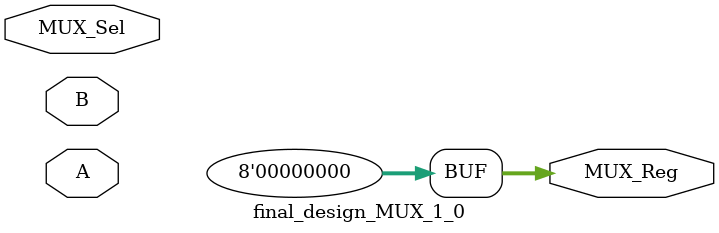
<source format=v>
module final_design_MUX_1_0(	// file.cleaned.mlir:2:3
  input  [7:0] A,	// file.cleaned.mlir:2:38
               B,	// file.cleaned.mlir:2:50
  input        MUX_Sel,	// file.cleaned.mlir:2:62
  output [7:0] MUX_Reg	// file.cleaned.mlir:2:81
);

  assign MUX_Reg = 8'h0;	// file.cleaned.mlir:3:14, :4:5
endmodule


</source>
